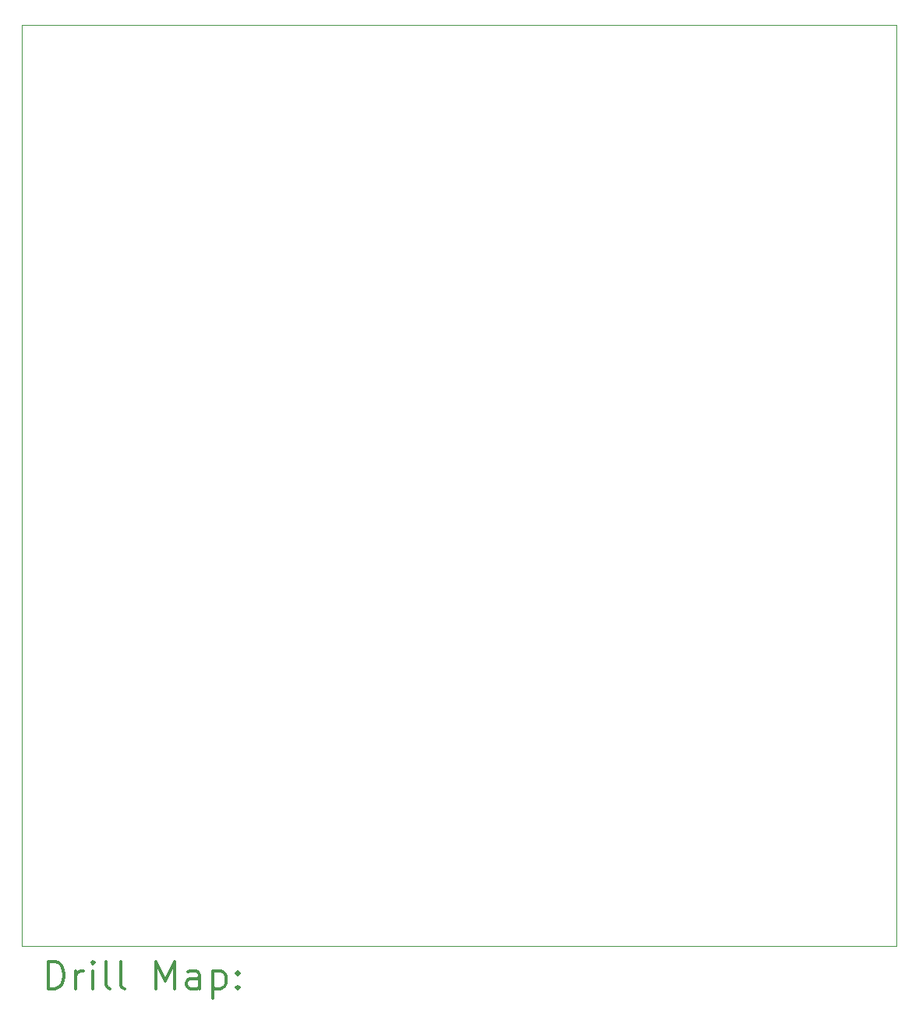
<source format=gbr>
%FSLAX45Y45*%
G04 Gerber Fmt 4.5, Leading zero omitted, Abs format (unit mm)*
G04 Created by KiCad (PCBNEW 5.1.10-88a1d61d58~90~ubuntu20.04.1) date 2021-09-14 19:28:11*
%MOMM*%
%LPD*%
G01*
G04 APERTURE LIST*
%TA.AperFunction,Profile*%
%ADD10C,0.050000*%
%TD*%
%ADD11C,0.200000*%
%ADD12C,0.300000*%
G04 APERTURE END LIST*
D10*
X10500000Y-5000000D02*
X10500000Y-15000000D01*
X10500000Y-5000000D02*
X20000000Y-5000000D01*
X20000000Y-15000000D02*
X20000000Y-5000000D01*
X10500000Y-15000000D02*
X20000000Y-15000000D01*
D11*
D12*
X10783928Y-15468214D02*
X10783928Y-15168214D01*
X10855357Y-15168214D01*
X10898214Y-15182500D01*
X10926786Y-15211071D01*
X10941071Y-15239643D01*
X10955357Y-15296786D01*
X10955357Y-15339643D01*
X10941071Y-15396786D01*
X10926786Y-15425357D01*
X10898214Y-15453929D01*
X10855357Y-15468214D01*
X10783928Y-15468214D01*
X11083928Y-15468214D02*
X11083928Y-15268214D01*
X11083928Y-15325357D02*
X11098214Y-15296786D01*
X11112500Y-15282500D01*
X11141071Y-15268214D01*
X11169643Y-15268214D01*
X11269643Y-15468214D02*
X11269643Y-15268214D01*
X11269643Y-15168214D02*
X11255357Y-15182500D01*
X11269643Y-15196786D01*
X11283928Y-15182500D01*
X11269643Y-15168214D01*
X11269643Y-15196786D01*
X11455357Y-15468214D02*
X11426786Y-15453929D01*
X11412500Y-15425357D01*
X11412500Y-15168214D01*
X11612500Y-15468214D02*
X11583928Y-15453929D01*
X11569643Y-15425357D01*
X11569643Y-15168214D01*
X11955357Y-15468214D02*
X11955357Y-15168214D01*
X12055357Y-15382500D01*
X12155357Y-15168214D01*
X12155357Y-15468214D01*
X12426786Y-15468214D02*
X12426786Y-15311071D01*
X12412500Y-15282500D01*
X12383928Y-15268214D01*
X12326786Y-15268214D01*
X12298214Y-15282500D01*
X12426786Y-15453929D02*
X12398214Y-15468214D01*
X12326786Y-15468214D01*
X12298214Y-15453929D01*
X12283928Y-15425357D01*
X12283928Y-15396786D01*
X12298214Y-15368214D01*
X12326786Y-15353929D01*
X12398214Y-15353929D01*
X12426786Y-15339643D01*
X12569643Y-15268214D02*
X12569643Y-15568214D01*
X12569643Y-15282500D02*
X12598214Y-15268214D01*
X12655357Y-15268214D01*
X12683928Y-15282500D01*
X12698214Y-15296786D01*
X12712500Y-15325357D01*
X12712500Y-15411071D01*
X12698214Y-15439643D01*
X12683928Y-15453929D01*
X12655357Y-15468214D01*
X12598214Y-15468214D01*
X12569643Y-15453929D01*
X12841071Y-15439643D02*
X12855357Y-15453929D01*
X12841071Y-15468214D01*
X12826786Y-15453929D01*
X12841071Y-15439643D01*
X12841071Y-15468214D01*
X12841071Y-15282500D02*
X12855357Y-15296786D01*
X12841071Y-15311071D01*
X12826786Y-15296786D01*
X12841071Y-15282500D01*
X12841071Y-15311071D01*
M02*

</source>
